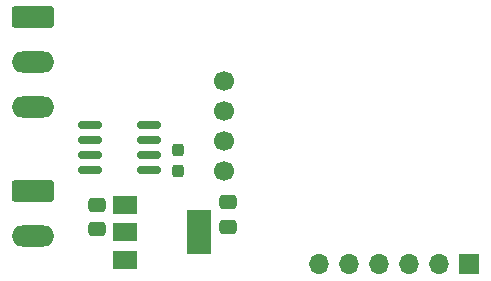
<source format=gbr>
%TF.GenerationSoftware,KiCad,Pcbnew,7.0.10*%
%TF.CreationDate,2024-01-07T15:48:42-05:00*%
%TF.ProjectId,ESP8266_Count,45535038-3236-4365-9f43-6f756e742e6b,v1*%
%TF.SameCoordinates,Original*%
%TF.FileFunction,Soldermask,Bot*%
%TF.FilePolarity,Negative*%
%FSLAX46Y46*%
G04 Gerber Fmt 4.6, Leading zero omitted, Abs format (unit mm)*
G04 Created by KiCad (PCBNEW 7.0.10) date 2024-01-07 15:48:42*
%MOMM*%
%LPD*%
G01*
G04 APERTURE LIST*
G04 Aperture macros list*
%AMRoundRect*
0 Rectangle with rounded corners*
0 $1 Rounding radius*
0 $2 $3 $4 $5 $6 $7 $8 $9 X,Y pos of 4 corners*
0 Add a 4 corners polygon primitive as box body*
4,1,4,$2,$3,$4,$5,$6,$7,$8,$9,$2,$3,0*
0 Add four circle primitives for the rounded corners*
1,1,$1+$1,$2,$3*
1,1,$1+$1,$4,$5*
1,1,$1+$1,$6,$7*
1,1,$1+$1,$8,$9*
0 Add four rect primitives between the rounded corners*
20,1,$1+$1,$2,$3,$4,$5,0*
20,1,$1+$1,$4,$5,$6,$7,0*
20,1,$1+$1,$6,$7,$8,$9,0*
20,1,$1+$1,$8,$9,$2,$3,0*%
G04 Aperture macros list end*
%ADD10O,1.700000X1.700000*%
%ADD11R,1.700000X1.700000*%
%ADD12RoundRect,0.250000X-1.550000X0.650000X-1.550000X-0.650000X1.550000X-0.650000X1.550000X0.650000X0*%
%ADD13O,3.600000X1.800000*%
%ADD14C,1.700000*%
%ADD15R,2.000000X1.500000*%
%ADD16R,2.000000X3.800000*%
%ADD17RoundRect,0.250000X-0.475000X0.337500X-0.475000X-0.337500X0.475000X-0.337500X0.475000X0.337500X0*%
%ADD18RoundRect,0.237500X0.237500X-0.300000X0.237500X0.300000X-0.237500X0.300000X-0.237500X-0.300000X0*%
%ADD19RoundRect,0.150000X-0.825000X-0.150000X0.825000X-0.150000X0.825000X0.150000X-0.825000X0.150000X0*%
G04 APERTURE END LIST*
D10*
%TO.C,J1*%
X139200000Y-83200000D03*
X141740000Y-83200000D03*
X144280000Y-83200000D03*
X146820000Y-83200000D03*
X149360000Y-83200000D03*
D11*
X151900000Y-83200000D03*
%TD*%
D12*
%TO.C,J2*%
X114957500Y-62250000D03*
D13*
X114957500Y-66060000D03*
X114957500Y-69870000D03*
%TD*%
D14*
%TO.C,J3*%
X131100000Y-75300000D03*
X131100000Y-72800000D03*
X131100000Y-70200000D03*
X131100000Y-67700000D03*
%TD*%
D12*
%TO.C,TB1*%
X115000000Y-77000000D03*
D13*
X115000000Y-80810000D03*
%TD*%
D15*
%TO.C,U2*%
X122750000Y-78200000D03*
D16*
X129050000Y-80500000D03*
D15*
X122750000Y-80500000D03*
X122750000Y-82800000D03*
%TD*%
D17*
%TO.C,C2*%
X120400000Y-78162500D03*
X120400000Y-80237500D03*
%TD*%
%TO.C,C3*%
X131500000Y-77962500D03*
X131500000Y-80037500D03*
%TD*%
D18*
%TO.C,C6*%
X127200000Y-75262500D03*
X127200000Y-73537500D03*
%TD*%
D19*
%TO.C,U5*%
X119825000Y-75205000D03*
X119825000Y-73935000D03*
X119825000Y-72665000D03*
X119825000Y-71395000D03*
X124775000Y-71395000D03*
X124775000Y-72665000D03*
X124775000Y-73935000D03*
X124775000Y-75205000D03*
%TD*%
M02*

</source>
